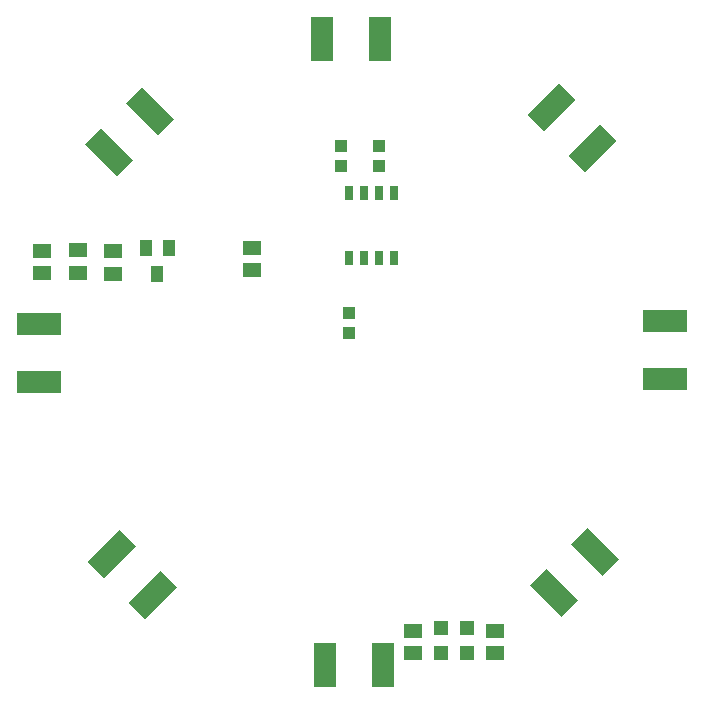
<source format=gbr>
G04 EAGLE Gerber RS-274X export*
G75*
%MOMM*%
%FSLAX34Y34*%
%LPD*%
%INSolderpaste Top*%
%IPPOS*%
%AMOC8*
5,1,8,0,0,1.08239X$1,22.5*%
G01*
%ADD10R,1.930400X3.810000*%
%ADD11R,3.810000X1.930400*%
%ADD12R,1.500000X1.300000*%
%ADD13R,0.700000X1.300000*%
%ADD14R,1.100000X1.000000*%
%ADD15R,1.000000X1.100000*%
%ADD16R,1.200000X1.200000*%
%ADD17R,1.000000X1.400000*%


D10*
X145193Y560036D03*
X96171Y560036D03*
D11*
G36*
X305089Y460564D02*
X332029Y487504D01*
X345679Y473854D01*
X318739Y446914D01*
X305089Y460564D01*
G37*
G36*
X270425Y495228D02*
X297365Y522168D01*
X311015Y508518D01*
X284075Y481578D01*
X270425Y495228D01*
G37*
X387016Y271840D03*
X387016Y320862D03*
G36*
X286433Y111425D02*
X313373Y84485D01*
X299723Y70835D01*
X272783Y97775D01*
X286433Y111425D01*
G37*
G36*
X321097Y146088D02*
X348037Y119148D01*
X334387Y105498D01*
X307447Y132438D01*
X321097Y146088D01*
G37*
D10*
X98790Y30049D03*
X147812Y30049D03*
D11*
G36*
X-61527Y130430D02*
X-88467Y103490D01*
X-102117Y117140D01*
X-75177Y144080D01*
X-61527Y130430D01*
G37*
G36*
X-26863Y95766D02*
X-53803Y68826D01*
X-67453Y82476D01*
X-40513Y109416D01*
X-26863Y95766D01*
G37*
X-143059Y318193D03*
X-143059Y269171D03*
G36*
X-42501Y478585D02*
X-69441Y505525D01*
X-55791Y519175D01*
X-28851Y492235D01*
X-42501Y478585D01*
G37*
G36*
X-77165Y443921D02*
X-104105Y470861D01*
X-90455Y484511D01*
X-63515Y457571D01*
X-77165Y443921D01*
G37*
D12*
X37457Y383056D03*
X37457Y364056D03*
X-80420Y361060D03*
X-80420Y380060D03*
X-110270Y380770D03*
X-110270Y361770D03*
X-140380Y380670D03*
X-140380Y361670D03*
D13*
X144850Y374500D03*
X157550Y374500D03*
X132150Y374500D03*
X119450Y374500D03*
X144850Y429500D03*
X157550Y429500D03*
X132150Y429500D03*
X119450Y429500D03*
D12*
X173628Y58886D03*
X173628Y39886D03*
X242500Y59000D03*
X242500Y40000D03*
D14*
X144500Y469000D03*
X144500Y452000D03*
D15*
X119000Y328000D03*
X119000Y311000D03*
X112500Y452000D03*
X112500Y469000D03*
D16*
X197311Y39768D03*
X197311Y60768D03*
X219000Y39800D03*
X219000Y60800D03*
D17*
X-43000Y361000D03*
X-52500Y383000D03*
X-33500Y383000D03*
M02*

</source>
